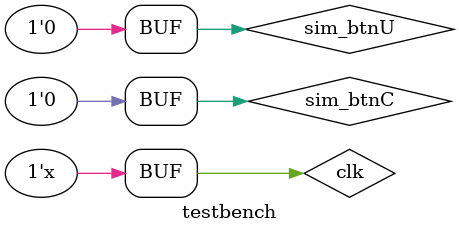
<source format=v>
`timescale 1ns / 1ps


module testbench(

    );
    reg clk = 0;
    reg sim_btnU = 0;
    reg sim_btnC = 0;
    wire [15:0] sim_led;
    
    Top top_sim(clk, sim_btnU, sim_btnC, sim_led);
    
    initial
    begin
        sim_btnU = 1'b0; sim_btnC = 1'b0; #23;
        sim_btnU = 1'b1; sim_btnC = 1'b0; #15;
        sim_btnU = 1'b1; sim_btnC = 1'b1; #20; 
        sim_btnU = 1'b1; sim_btnC = 1'b0; #13;   
        sim_btnU = 1'b0; sim_btnC = 1'b0; #15;
        sim_btnU = 1'b0; sim_btnC = 1'b1; #8;
        sim_btnU = 1'b0; sim_btnC = 1'b0;
    end
    
    always
    begin
    clk = ~clk; #1;
    end
endmodule

</source>
